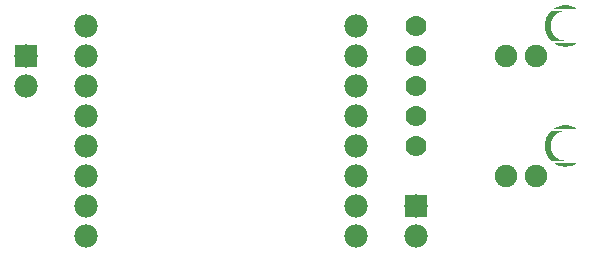
<source format=gtl>
G04 MADE WITH FRITZING*
G04 WWW.FRITZING.ORG*
G04 DOUBLE SIDED*
G04 HOLES PLATED*
G04 CONTOUR ON CENTER OF CONTOUR VECTOR*
%ASAXBY*%
%FSLAX23Y23*%
%MOIN*%
%OFA0B0*%
%SFA1.0B1.0*%
%ADD10C,0.077778*%
%ADD11C,0.070000*%
%ADD12C,0.078000*%
%ADD13C,0.075000*%
%ADD14R,0.078000X0.078000*%
%ADD15R,0.001000X0.001000*%
%LNCOPPER1*%
G90*
G70*
G54D10*
X330Y899D03*
X330Y799D03*
X330Y699D03*
X330Y599D03*
X330Y499D03*
X330Y399D03*
X330Y299D03*
X330Y199D03*
X1230Y199D03*
X1230Y299D03*
X1230Y399D03*
X1230Y499D03*
X1230Y599D03*
X1230Y699D03*
X1230Y799D03*
X1230Y899D03*
G54D11*
X1430Y499D03*
X1430Y599D03*
X1430Y699D03*
X1430Y799D03*
X1430Y899D03*
G54D12*
X130Y799D03*
X130Y699D03*
X1430Y299D03*
X1430Y199D03*
G54D13*
X1830Y799D03*
X1830Y399D03*
X1730Y399D03*
X1730Y799D03*
G54D14*
X130Y799D03*
X1430Y299D03*
G54D15*
X1919Y968D02*
X1939Y968D01*
X1914Y967D02*
X1944Y967D01*
X1910Y966D02*
X1948Y966D01*
X1907Y965D02*
X1951Y965D01*
X1904Y964D02*
X1953Y964D01*
X1902Y963D02*
X1956Y963D01*
X1900Y962D02*
X1958Y962D01*
X1897Y961D02*
X1960Y961D01*
X1896Y960D02*
X1962Y960D01*
X1894Y959D02*
X1964Y959D01*
X1892Y958D02*
X1965Y958D01*
X1891Y957D02*
X1967Y957D01*
X1889Y956D02*
X1968Y956D01*
X1880Y948D02*
X1918Y948D01*
X1879Y947D02*
X1914Y947D01*
X1878Y946D02*
X1911Y946D01*
X1877Y945D02*
X1908Y945D01*
X1876Y944D02*
X1906Y944D01*
X1875Y943D02*
X1904Y943D01*
X1875Y942D02*
X1903Y942D01*
X1874Y941D02*
X1901Y941D01*
X1873Y940D02*
X1900Y940D01*
X1872Y939D02*
X1899Y939D01*
X1872Y938D02*
X1897Y938D01*
X1871Y937D02*
X1896Y937D01*
X1871Y936D02*
X1895Y936D01*
X1870Y935D02*
X1894Y935D01*
X1869Y934D02*
X1893Y934D01*
X1869Y933D02*
X1892Y933D01*
X1868Y932D02*
X1891Y932D01*
X1868Y931D02*
X1890Y931D01*
X1867Y930D02*
X1889Y930D01*
X1867Y929D02*
X1889Y929D01*
X1866Y928D02*
X1888Y928D01*
X1866Y927D02*
X1887Y927D01*
X1865Y926D02*
X1887Y926D01*
X1865Y925D02*
X1886Y925D01*
X1865Y924D02*
X1885Y924D01*
X1864Y923D02*
X1885Y923D01*
X1864Y922D02*
X1884Y922D01*
X1864Y921D02*
X1884Y921D01*
X1863Y920D02*
X1883Y920D01*
X1863Y919D02*
X1883Y919D01*
X1863Y918D02*
X1882Y918D01*
X1862Y917D02*
X1882Y917D01*
X1862Y916D02*
X1882Y916D01*
X1862Y915D02*
X1881Y915D01*
X1862Y914D02*
X1881Y914D01*
X1861Y913D02*
X1881Y913D01*
X1861Y912D02*
X1881Y912D01*
X1861Y911D02*
X1880Y911D01*
X1861Y910D02*
X1880Y910D01*
X1861Y909D02*
X1880Y909D01*
X1861Y908D02*
X1880Y908D01*
X1861Y907D02*
X1880Y907D01*
X1860Y906D02*
X1879Y906D01*
X1860Y905D02*
X1879Y905D01*
X1860Y904D02*
X1879Y904D01*
X1860Y903D02*
X1879Y903D01*
X1860Y902D02*
X1879Y902D01*
X1860Y901D02*
X1879Y901D01*
X1860Y900D02*
X1879Y900D01*
X1860Y899D02*
X1879Y899D01*
X1860Y898D02*
X1879Y898D01*
X1860Y897D02*
X1879Y897D01*
X1860Y896D02*
X1879Y896D01*
X1860Y895D02*
X1879Y895D01*
X1860Y894D02*
X1879Y894D01*
X1860Y893D02*
X1880Y893D01*
X1861Y892D02*
X1880Y892D01*
X1861Y891D02*
X1880Y891D01*
X1861Y890D02*
X1880Y890D01*
X1861Y889D02*
X1880Y889D01*
X1861Y888D02*
X1880Y888D01*
X1861Y887D02*
X1881Y887D01*
X1862Y886D02*
X1881Y886D01*
X1862Y885D02*
X1881Y885D01*
X1862Y884D02*
X1882Y884D01*
X1862Y883D02*
X1882Y883D01*
X1863Y882D02*
X1882Y882D01*
X1863Y881D02*
X1883Y881D01*
X1863Y880D02*
X1883Y880D01*
X1863Y879D02*
X1884Y879D01*
X1864Y878D02*
X1884Y878D01*
X1864Y877D02*
X1885Y877D01*
X1865Y876D02*
X1885Y876D01*
X1865Y875D02*
X1886Y875D01*
X1865Y874D02*
X1886Y874D01*
X1866Y873D02*
X1887Y873D01*
X1866Y872D02*
X1888Y872D01*
X1867Y871D02*
X1888Y871D01*
X1867Y870D02*
X1889Y870D01*
X1868Y869D02*
X1890Y869D01*
X1868Y868D02*
X1891Y868D01*
X1869Y867D02*
X1892Y867D01*
X1869Y866D02*
X1893Y866D01*
X1870Y865D02*
X1894Y865D01*
X1870Y864D02*
X1895Y864D01*
X1871Y863D02*
X1896Y863D01*
X1872Y862D02*
X1897Y862D01*
X1872Y861D02*
X1898Y861D01*
X1873Y860D02*
X1899Y860D01*
X1874Y859D02*
X1901Y859D01*
X1874Y858D02*
X1902Y858D01*
X1875Y857D02*
X1904Y857D01*
X1876Y856D02*
X1906Y856D01*
X1877Y855D02*
X1908Y855D01*
X1878Y854D02*
X1910Y854D01*
X1878Y853D02*
X1913Y853D01*
X1879Y852D02*
X1916Y852D01*
X1880Y851D02*
X1922Y851D01*
X1890Y843D02*
X1968Y843D01*
X1891Y842D02*
X1966Y842D01*
X1893Y841D02*
X1964Y841D01*
X1895Y840D02*
X1963Y840D01*
X1897Y839D02*
X1961Y839D01*
X1899Y838D02*
X1959Y838D01*
X1901Y837D02*
X1957Y837D01*
X1903Y836D02*
X1955Y836D01*
X1906Y835D02*
X1952Y835D01*
X1908Y834D02*
X1949Y834D01*
X1912Y833D02*
X1946Y833D01*
X1916Y832D02*
X1942Y832D01*
X1922Y831D02*
X1936Y831D01*
X1929Y569D02*
X1929Y569D01*
X1918Y568D02*
X1939Y568D01*
X1913Y567D02*
X1944Y567D01*
X1910Y566D02*
X1948Y566D01*
X1907Y565D02*
X1951Y565D01*
X1904Y564D02*
X1954Y564D01*
X1902Y563D02*
X1956Y563D01*
X1899Y562D02*
X1958Y562D01*
X1897Y561D02*
X1960Y561D01*
X1895Y560D02*
X1962Y560D01*
X1894Y559D02*
X1964Y559D01*
X1892Y558D02*
X1965Y558D01*
X1891Y557D02*
X1967Y557D01*
X1889Y556D02*
X1968Y556D01*
X1881Y549D02*
X1928Y549D01*
X1880Y548D02*
X1918Y548D01*
X1879Y547D02*
X1914Y547D01*
X1878Y546D02*
X1911Y546D01*
X1877Y545D02*
X1908Y545D01*
X1876Y544D02*
X1906Y544D01*
X1875Y543D02*
X1904Y543D01*
X1875Y542D02*
X1903Y542D01*
X1874Y541D02*
X1901Y541D01*
X1873Y540D02*
X1900Y540D01*
X1872Y539D02*
X1899Y539D01*
X1872Y538D02*
X1897Y538D01*
X1871Y537D02*
X1896Y537D01*
X1871Y536D02*
X1895Y536D01*
X1870Y535D02*
X1894Y535D01*
X1869Y534D02*
X1893Y534D01*
X1869Y533D02*
X1892Y533D01*
X1868Y532D02*
X1891Y532D01*
X1868Y531D02*
X1890Y531D01*
X1867Y530D02*
X1889Y530D01*
X1867Y529D02*
X1889Y529D01*
X1866Y528D02*
X1888Y528D01*
X1866Y527D02*
X1887Y527D01*
X1865Y526D02*
X1887Y526D01*
X1865Y525D02*
X1886Y525D01*
X1865Y524D02*
X1885Y524D01*
X1864Y523D02*
X1885Y523D01*
X1864Y522D02*
X1884Y522D01*
X1864Y521D02*
X1884Y521D01*
X1863Y520D02*
X1883Y520D01*
X1863Y519D02*
X1883Y519D01*
X1863Y518D02*
X1882Y518D01*
X1862Y517D02*
X1882Y517D01*
X1862Y516D02*
X1882Y516D01*
X1862Y515D02*
X1881Y515D01*
X1862Y514D02*
X1881Y514D01*
X1861Y513D02*
X1881Y513D01*
X1861Y512D02*
X1881Y512D01*
X1861Y511D02*
X1880Y511D01*
X1861Y510D02*
X1880Y510D01*
X1861Y509D02*
X1880Y509D01*
X1861Y508D02*
X1880Y508D01*
X1861Y507D02*
X1880Y507D01*
X1860Y506D02*
X1879Y506D01*
X1860Y505D02*
X1879Y505D01*
X1860Y504D02*
X1879Y504D01*
X1860Y503D02*
X1879Y503D01*
X1860Y502D02*
X1879Y502D01*
X1860Y501D02*
X1879Y501D01*
X1860Y500D02*
X1879Y500D01*
X1860Y499D02*
X1879Y499D01*
X1860Y498D02*
X1879Y498D01*
X1860Y497D02*
X1879Y497D01*
X1860Y496D02*
X1879Y496D01*
X1860Y495D02*
X1879Y495D01*
X1860Y494D02*
X1879Y494D01*
X1860Y493D02*
X1880Y493D01*
X1861Y492D02*
X1880Y492D01*
X1861Y491D02*
X1880Y491D01*
X1861Y490D02*
X1880Y490D01*
X1861Y489D02*
X1880Y489D01*
X1861Y488D02*
X1880Y488D01*
X1861Y487D02*
X1881Y487D01*
X1862Y486D02*
X1881Y486D01*
X1862Y485D02*
X1881Y485D01*
X1862Y484D02*
X1882Y484D01*
X1862Y483D02*
X1882Y483D01*
X1863Y482D02*
X1882Y482D01*
X1863Y481D02*
X1883Y481D01*
X1863Y480D02*
X1883Y480D01*
X1863Y479D02*
X1884Y479D01*
X1864Y478D02*
X1884Y478D01*
X1864Y477D02*
X1885Y477D01*
X1865Y476D02*
X1885Y476D01*
X1865Y475D02*
X1886Y475D01*
X1865Y474D02*
X1886Y474D01*
X1866Y473D02*
X1887Y473D01*
X1866Y472D02*
X1888Y472D01*
X1867Y471D02*
X1888Y471D01*
X1867Y470D02*
X1889Y470D01*
X1868Y469D02*
X1890Y469D01*
X1868Y468D02*
X1891Y468D01*
X1869Y467D02*
X1892Y467D01*
X1869Y466D02*
X1893Y466D01*
X1870Y465D02*
X1894Y465D01*
X1870Y464D02*
X1895Y464D01*
X1871Y463D02*
X1896Y463D01*
X1872Y462D02*
X1897Y462D01*
X1872Y461D02*
X1898Y461D01*
X1873Y460D02*
X1899Y460D01*
X1874Y459D02*
X1901Y459D01*
X1874Y458D02*
X1902Y458D01*
X1875Y457D02*
X1904Y457D01*
X1876Y456D02*
X1906Y456D01*
X1877Y455D02*
X1908Y455D01*
X1878Y454D02*
X1910Y454D01*
X1878Y453D02*
X1913Y453D01*
X1879Y452D02*
X1916Y452D01*
X1880Y451D02*
X1922Y451D01*
X1890Y443D02*
X1968Y443D01*
X1892Y442D02*
X1966Y442D01*
X1893Y441D02*
X1964Y441D01*
X1895Y440D02*
X1963Y440D01*
X1897Y439D02*
X1961Y439D01*
X1899Y438D02*
X1959Y438D01*
X1901Y437D02*
X1957Y437D01*
X1903Y436D02*
X1955Y436D01*
X1906Y435D02*
X1952Y435D01*
X1908Y434D02*
X1949Y434D01*
X1912Y433D02*
X1945Y433D01*
X1916Y432D02*
X1941Y432D01*
X1922Y431D02*
X1935Y431D01*
D02*
G04 End of Copper1*
M02*
</source>
